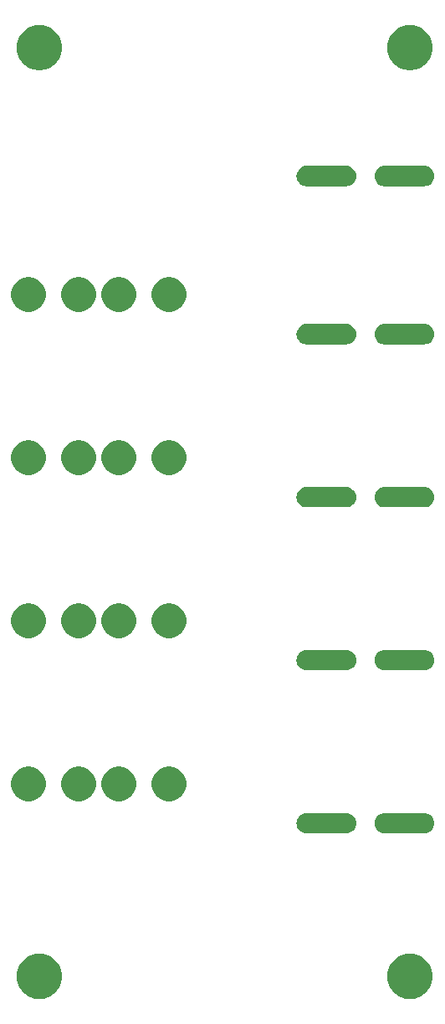
<source format=gbr>
G04 #@! TF.GenerationSoftware,KiCad,Pcbnew,5.1.5-52549c5~84~ubuntu18.04.1*
G04 #@! TF.CreationDate,2020-02-24T22:59:15-07:00*
G04 #@! TF.ProjectId,anderson_fuse_board,616e6465-7273-46f6-9e5f-667573655f62,rev?*
G04 #@! TF.SameCoordinates,Original*
G04 #@! TF.FileFunction,Soldermask,Top*
G04 #@! TF.FilePolarity,Negative*
%FSLAX46Y46*%
G04 Gerber Fmt 4.6, Leading zero omitted, Abs format (unit mm)*
G04 Created by KiCad (PCBNEW 5.1.5-52549c5~84~ubuntu18.04.1) date 2020-02-24 22:59:15*
%MOMM*%
%LPD*%
G04 APERTURE LIST*
%ADD10C,0.100000*%
G04 APERTURE END LIST*
D10*
G36*
X116948903Y-151743213D02*
G01*
X117171177Y-151787426D01*
X117589932Y-151960880D01*
X117966802Y-152212696D01*
X118287304Y-152533198D01*
X118539120Y-152910068D01*
X118712574Y-153328823D01*
X118801000Y-153773371D01*
X118801000Y-154226629D01*
X118712574Y-154671177D01*
X118539120Y-155089932D01*
X118287304Y-155466802D01*
X117966802Y-155787304D01*
X117589932Y-156039120D01*
X117171177Y-156212574D01*
X116948903Y-156256787D01*
X116726630Y-156301000D01*
X116273370Y-156301000D01*
X116051097Y-156256787D01*
X115828823Y-156212574D01*
X115410068Y-156039120D01*
X115033198Y-155787304D01*
X114712696Y-155466802D01*
X114460880Y-155089932D01*
X114287426Y-154671177D01*
X114199000Y-154226629D01*
X114199000Y-153773371D01*
X114287426Y-153328823D01*
X114460880Y-152910068D01*
X114712696Y-152533198D01*
X115033198Y-152212696D01*
X115410068Y-151960880D01*
X115828823Y-151787426D01*
X116051097Y-151743213D01*
X116273370Y-151699000D01*
X116726630Y-151699000D01*
X116948903Y-151743213D01*
G37*
G36*
X79448903Y-151743213D02*
G01*
X79671177Y-151787426D01*
X80089932Y-151960880D01*
X80466802Y-152212696D01*
X80787304Y-152533198D01*
X81039120Y-152910068D01*
X81212574Y-153328823D01*
X81301000Y-153773371D01*
X81301000Y-154226629D01*
X81212574Y-154671177D01*
X81039120Y-155089932D01*
X80787304Y-155466802D01*
X80466802Y-155787304D01*
X80089932Y-156039120D01*
X79671177Y-156212574D01*
X79448903Y-156256787D01*
X79226630Y-156301000D01*
X78773370Y-156301000D01*
X78551097Y-156256787D01*
X78328823Y-156212574D01*
X77910068Y-156039120D01*
X77533198Y-155787304D01*
X77212696Y-155466802D01*
X76960880Y-155089932D01*
X76787426Y-154671177D01*
X76699000Y-154226629D01*
X76699000Y-153773371D01*
X76787426Y-153328823D01*
X76960880Y-152910068D01*
X77212696Y-152533198D01*
X77533198Y-152212696D01*
X77910068Y-151960880D01*
X78328823Y-151787426D01*
X78551097Y-151743213D01*
X78773370Y-151699000D01*
X79226630Y-151699000D01*
X79448903Y-151743213D01*
G37*
G36*
X110233089Y-137478990D02*
G01*
X110428381Y-137538231D01*
X110608354Y-137634429D01*
X110766107Y-137763893D01*
X110895571Y-137921646D01*
X110991769Y-138101619D01*
X111051010Y-138296911D01*
X111071012Y-138500000D01*
X111051010Y-138703089D01*
X110991769Y-138898381D01*
X110895571Y-139078354D01*
X110766107Y-139236107D01*
X110608354Y-139365571D01*
X110428381Y-139461769D01*
X110233089Y-139521010D01*
X110080891Y-139536000D01*
X106019109Y-139536000D01*
X105866911Y-139521010D01*
X105671619Y-139461769D01*
X105491646Y-139365571D01*
X105333893Y-139236107D01*
X105204429Y-139078354D01*
X105108231Y-138898381D01*
X105048990Y-138703089D01*
X105028988Y-138500000D01*
X105048990Y-138296911D01*
X105108231Y-138101619D01*
X105204429Y-137921646D01*
X105333893Y-137763893D01*
X105491646Y-137634429D01*
X105671619Y-137538231D01*
X105866911Y-137478990D01*
X106019109Y-137464000D01*
X110080891Y-137464000D01*
X110233089Y-137478990D01*
G37*
G36*
X118133089Y-137478990D02*
G01*
X118328381Y-137538231D01*
X118508354Y-137634429D01*
X118666107Y-137763893D01*
X118795571Y-137921646D01*
X118891769Y-138101619D01*
X118951010Y-138296911D01*
X118971012Y-138500000D01*
X118951010Y-138703089D01*
X118891769Y-138898381D01*
X118795571Y-139078354D01*
X118666107Y-139236107D01*
X118508354Y-139365571D01*
X118328381Y-139461769D01*
X118133089Y-139521010D01*
X117980891Y-139536000D01*
X113919109Y-139536000D01*
X113766911Y-139521010D01*
X113571619Y-139461769D01*
X113391646Y-139365571D01*
X113233893Y-139236107D01*
X113104429Y-139078354D01*
X113008231Y-138898381D01*
X112948990Y-138703089D01*
X112928988Y-138500000D01*
X112948990Y-138296911D01*
X113008231Y-138101619D01*
X113104429Y-137921646D01*
X113233893Y-137763893D01*
X113391646Y-137634429D01*
X113571619Y-137538231D01*
X113766911Y-137478990D01*
X113919109Y-137464000D01*
X117980891Y-137464000D01*
X118133089Y-137478990D01*
G37*
G36*
X92507985Y-132823860D02*
G01*
X92620748Y-132846290D01*
X92752741Y-132900963D01*
X92939408Y-132978283D01*
X93226196Y-133169909D01*
X93470091Y-133413804D01*
X93661717Y-133700592D01*
X93793710Y-134019253D01*
X93861000Y-134357540D01*
X93861000Y-134702460D01*
X93793710Y-135040747D01*
X93661717Y-135359408D01*
X93470091Y-135646196D01*
X93226196Y-135890091D01*
X92939408Y-136081717D01*
X92752741Y-136159037D01*
X92620748Y-136213710D01*
X92507985Y-136236140D01*
X92282460Y-136281000D01*
X91937540Y-136281000D01*
X91712015Y-136236140D01*
X91599252Y-136213710D01*
X91467259Y-136159037D01*
X91280592Y-136081717D01*
X90993804Y-135890091D01*
X90749909Y-135646196D01*
X90558283Y-135359408D01*
X90426290Y-135040747D01*
X90359000Y-134702460D01*
X90359000Y-134357540D01*
X90426290Y-134019253D01*
X90558283Y-133700592D01*
X90749909Y-133413804D01*
X90993804Y-133169909D01*
X91280592Y-132978283D01*
X91467259Y-132900963D01*
X91599252Y-132846290D01*
X91712015Y-132823860D01*
X91937540Y-132779000D01*
X92282460Y-132779000D01*
X92507985Y-132823860D01*
G37*
G36*
X87427985Y-132823860D02*
G01*
X87540748Y-132846290D01*
X87672741Y-132900963D01*
X87859408Y-132978283D01*
X88146196Y-133169909D01*
X88390091Y-133413804D01*
X88581717Y-133700592D01*
X88713710Y-134019253D01*
X88781000Y-134357540D01*
X88781000Y-134702460D01*
X88713710Y-135040747D01*
X88581717Y-135359408D01*
X88390091Y-135646196D01*
X88146196Y-135890091D01*
X87859408Y-136081717D01*
X87672741Y-136159037D01*
X87540748Y-136213710D01*
X87427985Y-136236140D01*
X87202460Y-136281000D01*
X86857540Y-136281000D01*
X86632015Y-136236140D01*
X86519252Y-136213710D01*
X86387259Y-136159037D01*
X86200592Y-136081717D01*
X85913804Y-135890091D01*
X85669909Y-135646196D01*
X85478283Y-135359408D01*
X85346290Y-135040747D01*
X85279000Y-134702460D01*
X85279000Y-134357540D01*
X85346290Y-134019253D01*
X85478283Y-133700592D01*
X85669909Y-133413804D01*
X85913804Y-133169909D01*
X86200592Y-132978283D01*
X86387259Y-132900963D01*
X86519252Y-132846290D01*
X86632015Y-132823860D01*
X86857540Y-132779000D01*
X87202460Y-132779000D01*
X87427985Y-132823860D01*
G37*
G36*
X83367985Y-132823860D02*
G01*
X83480748Y-132846290D01*
X83612741Y-132900963D01*
X83799408Y-132978283D01*
X84086196Y-133169909D01*
X84330091Y-133413804D01*
X84521717Y-133700592D01*
X84653710Y-134019253D01*
X84721000Y-134357540D01*
X84721000Y-134702460D01*
X84653710Y-135040747D01*
X84521717Y-135359408D01*
X84330091Y-135646196D01*
X84086196Y-135890091D01*
X83799408Y-136081717D01*
X83612741Y-136159037D01*
X83480748Y-136213710D01*
X83367985Y-136236140D01*
X83142460Y-136281000D01*
X82797540Y-136281000D01*
X82572015Y-136236140D01*
X82459252Y-136213710D01*
X82327259Y-136159037D01*
X82140592Y-136081717D01*
X81853804Y-135890091D01*
X81609909Y-135646196D01*
X81418283Y-135359408D01*
X81286290Y-135040747D01*
X81219000Y-134702460D01*
X81219000Y-134357540D01*
X81286290Y-134019253D01*
X81418283Y-133700592D01*
X81609909Y-133413804D01*
X81853804Y-133169909D01*
X82140592Y-132978283D01*
X82327259Y-132900963D01*
X82459252Y-132846290D01*
X82572015Y-132823860D01*
X82797540Y-132779000D01*
X83142460Y-132779000D01*
X83367985Y-132823860D01*
G37*
G36*
X78287985Y-132823860D02*
G01*
X78400748Y-132846290D01*
X78532741Y-132900963D01*
X78719408Y-132978283D01*
X79006196Y-133169909D01*
X79250091Y-133413804D01*
X79441717Y-133700592D01*
X79573710Y-134019253D01*
X79641000Y-134357540D01*
X79641000Y-134702460D01*
X79573710Y-135040747D01*
X79441717Y-135359408D01*
X79250091Y-135646196D01*
X79006196Y-135890091D01*
X78719408Y-136081717D01*
X78532741Y-136159037D01*
X78400748Y-136213710D01*
X78287985Y-136236140D01*
X78062460Y-136281000D01*
X77717540Y-136281000D01*
X77492015Y-136236140D01*
X77379252Y-136213710D01*
X77247259Y-136159037D01*
X77060592Y-136081717D01*
X76773804Y-135890091D01*
X76529909Y-135646196D01*
X76338283Y-135359408D01*
X76206290Y-135040747D01*
X76139000Y-134702460D01*
X76139000Y-134357540D01*
X76206290Y-134019253D01*
X76338283Y-133700592D01*
X76529909Y-133413804D01*
X76773804Y-133169909D01*
X77060592Y-132978283D01*
X77247259Y-132900963D01*
X77379252Y-132846290D01*
X77492015Y-132823860D01*
X77717540Y-132779000D01*
X78062460Y-132779000D01*
X78287985Y-132823860D01*
G37*
G36*
X110233089Y-120978990D02*
G01*
X110428381Y-121038231D01*
X110608354Y-121134429D01*
X110766107Y-121263893D01*
X110895571Y-121421646D01*
X110991769Y-121601619D01*
X111051010Y-121796911D01*
X111071012Y-122000000D01*
X111051010Y-122203089D01*
X110991769Y-122398381D01*
X110895571Y-122578354D01*
X110766107Y-122736107D01*
X110608354Y-122865571D01*
X110428381Y-122961769D01*
X110233089Y-123021010D01*
X110080891Y-123036000D01*
X106019109Y-123036000D01*
X105866911Y-123021010D01*
X105671619Y-122961769D01*
X105491646Y-122865571D01*
X105333893Y-122736107D01*
X105204429Y-122578354D01*
X105108231Y-122398381D01*
X105048990Y-122203089D01*
X105028988Y-122000000D01*
X105048990Y-121796911D01*
X105108231Y-121601619D01*
X105204429Y-121421646D01*
X105333893Y-121263893D01*
X105491646Y-121134429D01*
X105671619Y-121038231D01*
X105866911Y-120978990D01*
X106019109Y-120964000D01*
X110080891Y-120964000D01*
X110233089Y-120978990D01*
G37*
G36*
X118133089Y-120978990D02*
G01*
X118328381Y-121038231D01*
X118508354Y-121134429D01*
X118666107Y-121263893D01*
X118795571Y-121421646D01*
X118891769Y-121601619D01*
X118951010Y-121796911D01*
X118971012Y-122000000D01*
X118951010Y-122203089D01*
X118891769Y-122398381D01*
X118795571Y-122578354D01*
X118666107Y-122736107D01*
X118508354Y-122865571D01*
X118328381Y-122961769D01*
X118133089Y-123021010D01*
X117980891Y-123036000D01*
X113919109Y-123036000D01*
X113766911Y-123021010D01*
X113571619Y-122961769D01*
X113391646Y-122865571D01*
X113233893Y-122736107D01*
X113104429Y-122578354D01*
X113008231Y-122398381D01*
X112948990Y-122203089D01*
X112928988Y-122000000D01*
X112948990Y-121796911D01*
X113008231Y-121601619D01*
X113104429Y-121421646D01*
X113233893Y-121263893D01*
X113391646Y-121134429D01*
X113571619Y-121038231D01*
X113766911Y-120978990D01*
X113919109Y-120964000D01*
X117980891Y-120964000D01*
X118133089Y-120978990D01*
G37*
G36*
X92507985Y-116313860D02*
G01*
X92620748Y-116336290D01*
X92752741Y-116390963D01*
X92939408Y-116468283D01*
X93226196Y-116659909D01*
X93470091Y-116903804D01*
X93661717Y-117190592D01*
X93793710Y-117509253D01*
X93861000Y-117847540D01*
X93861000Y-118192460D01*
X93793710Y-118530747D01*
X93661717Y-118849408D01*
X93470091Y-119136196D01*
X93226196Y-119380091D01*
X92939408Y-119571717D01*
X92752741Y-119649037D01*
X92620748Y-119703710D01*
X92507985Y-119726140D01*
X92282460Y-119771000D01*
X91937540Y-119771000D01*
X91712015Y-119726140D01*
X91599252Y-119703710D01*
X91467259Y-119649037D01*
X91280592Y-119571717D01*
X90993804Y-119380091D01*
X90749909Y-119136196D01*
X90558283Y-118849408D01*
X90426290Y-118530747D01*
X90359000Y-118192460D01*
X90359000Y-117847540D01*
X90426290Y-117509253D01*
X90558283Y-117190592D01*
X90749909Y-116903804D01*
X90993804Y-116659909D01*
X91280592Y-116468283D01*
X91467259Y-116390963D01*
X91599252Y-116336290D01*
X91712015Y-116313860D01*
X91937540Y-116269000D01*
X92282460Y-116269000D01*
X92507985Y-116313860D01*
G37*
G36*
X78287985Y-116313860D02*
G01*
X78400748Y-116336290D01*
X78532741Y-116390963D01*
X78719408Y-116468283D01*
X79006196Y-116659909D01*
X79250091Y-116903804D01*
X79441717Y-117190592D01*
X79573710Y-117509253D01*
X79641000Y-117847540D01*
X79641000Y-118192460D01*
X79573710Y-118530747D01*
X79441717Y-118849408D01*
X79250091Y-119136196D01*
X79006196Y-119380091D01*
X78719408Y-119571717D01*
X78532741Y-119649037D01*
X78400748Y-119703710D01*
X78287985Y-119726140D01*
X78062460Y-119771000D01*
X77717540Y-119771000D01*
X77492015Y-119726140D01*
X77379252Y-119703710D01*
X77247259Y-119649037D01*
X77060592Y-119571717D01*
X76773804Y-119380091D01*
X76529909Y-119136196D01*
X76338283Y-118849408D01*
X76206290Y-118530747D01*
X76139000Y-118192460D01*
X76139000Y-117847540D01*
X76206290Y-117509253D01*
X76338283Y-117190592D01*
X76529909Y-116903804D01*
X76773804Y-116659909D01*
X77060592Y-116468283D01*
X77247259Y-116390963D01*
X77379252Y-116336290D01*
X77492015Y-116313860D01*
X77717540Y-116269000D01*
X78062460Y-116269000D01*
X78287985Y-116313860D01*
G37*
G36*
X83367985Y-116313860D02*
G01*
X83480748Y-116336290D01*
X83612741Y-116390963D01*
X83799408Y-116468283D01*
X84086196Y-116659909D01*
X84330091Y-116903804D01*
X84521717Y-117190592D01*
X84653710Y-117509253D01*
X84721000Y-117847540D01*
X84721000Y-118192460D01*
X84653710Y-118530747D01*
X84521717Y-118849408D01*
X84330091Y-119136196D01*
X84086196Y-119380091D01*
X83799408Y-119571717D01*
X83612741Y-119649037D01*
X83480748Y-119703710D01*
X83367985Y-119726140D01*
X83142460Y-119771000D01*
X82797540Y-119771000D01*
X82572015Y-119726140D01*
X82459252Y-119703710D01*
X82327259Y-119649037D01*
X82140592Y-119571717D01*
X81853804Y-119380091D01*
X81609909Y-119136196D01*
X81418283Y-118849408D01*
X81286290Y-118530747D01*
X81219000Y-118192460D01*
X81219000Y-117847540D01*
X81286290Y-117509253D01*
X81418283Y-117190592D01*
X81609909Y-116903804D01*
X81853804Y-116659909D01*
X82140592Y-116468283D01*
X82327259Y-116390963D01*
X82459252Y-116336290D01*
X82572015Y-116313860D01*
X82797540Y-116269000D01*
X83142460Y-116269000D01*
X83367985Y-116313860D01*
G37*
G36*
X87427985Y-116313860D02*
G01*
X87540748Y-116336290D01*
X87672741Y-116390963D01*
X87859408Y-116468283D01*
X88146196Y-116659909D01*
X88390091Y-116903804D01*
X88581717Y-117190592D01*
X88713710Y-117509253D01*
X88781000Y-117847540D01*
X88781000Y-118192460D01*
X88713710Y-118530747D01*
X88581717Y-118849408D01*
X88390091Y-119136196D01*
X88146196Y-119380091D01*
X87859408Y-119571717D01*
X87672741Y-119649037D01*
X87540748Y-119703710D01*
X87427985Y-119726140D01*
X87202460Y-119771000D01*
X86857540Y-119771000D01*
X86632015Y-119726140D01*
X86519252Y-119703710D01*
X86387259Y-119649037D01*
X86200592Y-119571717D01*
X85913804Y-119380091D01*
X85669909Y-119136196D01*
X85478283Y-118849408D01*
X85346290Y-118530747D01*
X85279000Y-118192460D01*
X85279000Y-117847540D01*
X85346290Y-117509253D01*
X85478283Y-117190592D01*
X85669909Y-116903804D01*
X85913804Y-116659909D01*
X86200592Y-116468283D01*
X86387259Y-116390963D01*
X86519252Y-116336290D01*
X86632015Y-116313860D01*
X86857540Y-116269000D01*
X87202460Y-116269000D01*
X87427985Y-116313860D01*
G37*
G36*
X110233089Y-104478990D02*
G01*
X110428381Y-104538231D01*
X110608354Y-104634429D01*
X110766107Y-104763893D01*
X110895571Y-104921646D01*
X110991769Y-105101619D01*
X111051010Y-105296911D01*
X111071012Y-105500000D01*
X111051010Y-105703089D01*
X110991769Y-105898381D01*
X110895571Y-106078354D01*
X110766107Y-106236107D01*
X110608354Y-106365571D01*
X110428381Y-106461769D01*
X110233089Y-106521010D01*
X110080891Y-106536000D01*
X106019109Y-106536000D01*
X105866911Y-106521010D01*
X105671619Y-106461769D01*
X105491646Y-106365571D01*
X105333893Y-106236107D01*
X105204429Y-106078354D01*
X105108231Y-105898381D01*
X105048990Y-105703089D01*
X105028988Y-105500000D01*
X105048990Y-105296911D01*
X105108231Y-105101619D01*
X105204429Y-104921646D01*
X105333893Y-104763893D01*
X105491646Y-104634429D01*
X105671619Y-104538231D01*
X105866911Y-104478990D01*
X106019109Y-104464000D01*
X110080891Y-104464000D01*
X110233089Y-104478990D01*
G37*
G36*
X118133089Y-104478990D02*
G01*
X118328381Y-104538231D01*
X118508354Y-104634429D01*
X118666107Y-104763893D01*
X118795571Y-104921646D01*
X118891769Y-105101619D01*
X118951010Y-105296911D01*
X118971012Y-105500000D01*
X118951010Y-105703089D01*
X118891769Y-105898381D01*
X118795571Y-106078354D01*
X118666107Y-106236107D01*
X118508354Y-106365571D01*
X118328381Y-106461769D01*
X118133089Y-106521010D01*
X117980891Y-106536000D01*
X113919109Y-106536000D01*
X113766911Y-106521010D01*
X113571619Y-106461769D01*
X113391646Y-106365571D01*
X113233893Y-106236107D01*
X113104429Y-106078354D01*
X113008231Y-105898381D01*
X112948990Y-105703089D01*
X112928988Y-105500000D01*
X112948990Y-105296911D01*
X113008231Y-105101619D01*
X113104429Y-104921646D01*
X113233893Y-104763893D01*
X113391646Y-104634429D01*
X113571619Y-104538231D01*
X113766911Y-104478990D01*
X113919109Y-104464000D01*
X117980891Y-104464000D01*
X118133089Y-104478990D01*
G37*
G36*
X83367985Y-99803860D02*
G01*
X83480748Y-99826290D01*
X83612741Y-99880963D01*
X83799408Y-99958283D01*
X84086196Y-100149909D01*
X84330091Y-100393804D01*
X84521717Y-100680592D01*
X84653710Y-100999253D01*
X84721000Y-101337540D01*
X84721000Y-101682460D01*
X84653710Y-102020747D01*
X84521717Y-102339408D01*
X84330091Y-102626196D01*
X84086196Y-102870091D01*
X83799408Y-103061717D01*
X83612741Y-103139037D01*
X83480748Y-103193710D01*
X83367985Y-103216140D01*
X83142460Y-103261000D01*
X82797540Y-103261000D01*
X82572015Y-103216140D01*
X82459252Y-103193710D01*
X82327259Y-103139037D01*
X82140592Y-103061717D01*
X81853804Y-102870091D01*
X81609909Y-102626196D01*
X81418283Y-102339408D01*
X81286290Y-102020747D01*
X81219000Y-101682460D01*
X81219000Y-101337540D01*
X81286290Y-100999253D01*
X81418283Y-100680592D01*
X81609909Y-100393804D01*
X81853804Y-100149909D01*
X82140592Y-99958283D01*
X82327259Y-99880963D01*
X82459252Y-99826290D01*
X82572015Y-99803860D01*
X82797540Y-99759000D01*
X83142460Y-99759000D01*
X83367985Y-99803860D01*
G37*
G36*
X92507985Y-99803860D02*
G01*
X92620748Y-99826290D01*
X92752741Y-99880963D01*
X92939408Y-99958283D01*
X93226196Y-100149909D01*
X93470091Y-100393804D01*
X93661717Y-100680592D01*
X93793710Y-100999253D01*
X93861000Y-101337540D01*
X93861000Y-101682460D01*
X93793710Y-102020747D01*
X93661717Y-102339408D01*
X93470091Y-102626196D01*
X93226196Y-102870091D01*
X92939408Y-103061717D01*
X92752741Y-103139037D01*
X92620748Y-103193710D01*
X92507985Y-103216140D01*
X92282460Y-103261000D01*
X91937540Y-103261000D01*
X91712015Y-103216140D01*
X91599252Y-103193710D01*
X91467259Y-103139037D01*
X91280592Y-103061717D01*
X90993804Y-102870091D01*
X90749909Y-102626196D01*
X90558283Y-102339408D01*
X90426290Y-102020747D01*
X90359000Y-101682460D01*
X90359000Y-101337540D01*
X90426290Y-100999253D01*
X90558283Y-100680592D01*
X90749909Y-100393804D01*
X90993804Y-100149909D01*
X91280592Y-99958283D01*
X91467259Y-99880963D01*
X91599252Y-99826290D01*
X91712015Y-99803860D01*
X91937540Y-99759000D01*
X92282460Y-99759000D01*
X92507985Y-99803860D01*
G37*
G36*
X87427985Y-99803860D02*
G01*
X87540748Y-99826290D01*
X87672741Y-99880963D01*
X87859408Y-99958283D01*
X88146196Y-100149909D01*
X88390091Y-100393804D01*
X88581717Y-100680592D01*
X88713710Y-100999253D01*
X88781000Y-101337540D01*
X88781000Y-101682460D01*
X88713710Y-102020747D01*
X88581717Y-102339408D01*
X88390091Y-102626196D01*
X88146196Y-102870091D01*
X87859408Y-103061717D01*
X87672741Y-103139037D01*
X87540748Y-103193710D01*
X87427985Y-103216140D01*
X87202460Y-103261000D01*
X86857540Y-103261000D01*
X86632015Y-103216140D01*
X86519252Y-103193710D01*
X86387259Y-103139037D01*
X86200592Y-103061717D01*
X85913804Y-102870091D01*
X85669909Y-102626196D01*
X85478283Y-102339408D01*
X85346290Y-102020747D01*
X85279000Y-101682460D01*
X85279000Y-101337540D01*
X85346290Y-100999253D01*
X85478283Y-100680592D01*
X85669909Y-100393804D01*
X85913804Y-100149909D01*
X86200592Y-99958283D01*
X86387259Y-99880963D01*
X86519252Y-99826290D01*
X86632015Y-99803860D01*
X86857540Y-99759000D01*
X87202460Y-99759000D01*
X87427985Y-99803860D01*
G37*
G36*
X78287985Y-99803860D02*
G01*
X78400748Y-99826290D01*
X78532741Y-99880963D01*
X78719408Y-99958283D01*
X79006196Y-100149909D01*
X79250091Y-100393804D01*
X79441717Y-100680592D01*
X79573710Y-100999253D01*
X79641000Y-101337540D01*
X79641000Y-101682460D01*
X79573710Y-102020747D01*
X79441717Y-102339408D01*
X79250091Y-102626196D01*
X79006196Y-102870091D01*
X78719408Y-103061717D01*
X78532741Y-103139037D01*
X78400748Y-103193710D01*
X78287985Y-103216140D01*
X78062460Y-103261000D01*
X77717540Y-103261000D01*
X77492015Y-103216140D01*
X77379252Y-103193710D01*
X77247259Y-103139037D01*
X77060592Y-103061717D01*
X76773804Y-102870091D01*
X76529909Y-102626196D01*
X76338283Y-102339408D01*
X76206290Y-102020747D01*
X76139000Y-101682460D01*
X76139000Y-101337540D01*
X76206290Y-100999253D01*
X76338283Y-100680592D01*
X76529909Y-100393804D01*
X76773804Y-100149909D01*
X77060592Y-99958283D01*
X77247259Y-99880963D01*
X77379252Y-99826290D01*
X77492015Y-99803860D01*
X77717540Y-99759000D01*
X78062460Y-99759000D01*
X78287985Y-99803860D01*
G37*
G36*
X118133089Y-87978990D02*
G01*
X118328381Y-88038231D01*
X118508354Y-88134429D01*
X118666107Y-88263893D01*
X118795571Y-88421646D01*
X118891769Y-88601619D01*
X118951010Y-88796911D01*
X118971012Y-89000000D01*
X118951010Y-89203089D01*
X118891769Y-89398381D01*
X118795571Y-89578354D01*
X118666107Y-89736107D01*
X118508354Y-89865571D01*
X118328381Y-89961769D01*
X118133089Y-90021010D01*
X117980891Y-90036000D01*
X113919109Y-90036000D01*
X113766911Y-90021010D01*
X113571619Y-89961769D01*
X113391646Y-89865571D01*
X113233893Y-89736107D01*
X113104429Y-89578354D01*
X113008231Y-89398381D01*
X112948990Y-89203089D01*
X112928988Y-89000000D01*
X112948990Y-88796911D01*
X113008231Y-88601619D01*
X113104429Y-88421646D01*
X113233893Y-88263893D01*
X113391646Y-88134429D01*
X113571619Y-88038231D01*
X113766911Y-87978990D01*
X113919109Y-87964000D01*
X117980891Y-87964000D01*
X118133089Y-87978990D01*
G37*
G36*
X110233089Y-87978990D02*
G01*
X110428381Y-88038231D01*
X110608354Y-88134429D01*
X110766107Y-88263893D01*
X110895571Y-88421646D01*
X110991769Y-88601619D01*
X111051010Y-88796911D01*
X111071012Y-89000000D01*
X111051010Y-89203089D01*
X110991769Y-89398381D01*
X110895571Y-89578354D01*
X110766107Y-89736107D01*
X110608354Y-89865571D01*
X110428381Y-89961769D01*
X110233089Y-90021010D01*
X110080891Y-90036000D01*
X106019109Y-90036000D01*
X105866911Y-90021010D01*
X105671619Y-89961769D01*
X105491646Y-89865571D01*
X105333893Y-89736107D01*
X105204429Y-89578354D01*
X105108231Y-89398381D01*
X105048990Y-89203089D01*
X105028988Y-89000000D01*
X105048990Y-88796911D01*
X105108231Y-88601619D01*
X105204429Y-88421646D01*
X105333893Y-88263893D01*
X105491646Y-88134429D01*
X105671619Y-88038231D01*
X105866911Y-87978990D01*
X106019109Y-87964000D01*
X110080891Y-87964000D01*
X110233089Y-87978990D01*
G37*
G36*
X83367985Y-83293860D02*
G01*
X83480748Y-83316290D01*
X83612741Y-83370963D01*
X83799408Y-83448283D01*
X84086196Y-83639909D01*
X84330091Y-83883804D01*
X84521717Y-84170592D01*
X84653710Y-84489253D01*
X84721000Y-84827540D01*
X84721000Y-85172460D01*
X84653710Y-85510747D01*
X84521717Y-85829408D01*
X84330091Y-86116196D01*
X84086196Y-86360091D01*
X83799408Y-86551717D01*
X83612741Y-86629037D01*
X83480748Y-86683710D01*
X83367985Y-86706140D01*
X83142460Y-86751000D01*
X82797540Y-86751000D01*
X82572015Y-86706140D01*
X82459252Y-86683710D01*
X82327259Y-86629037D01*
X82140592Y-86551717D01*
X81853804Y-86360091D01*
X81609909Y-86116196D01*
X81418283Y-85829408D01*
X81286290Y-85510747D01*
X81219000Y-85172460D01*
X81219000Y-84827540D01*
X81286290Y-84489253D01*
X81418283Y-84170592D01*
X81609909Y-83883804D01*
X81853804Y-83639909D01*
X82140592Y-83448283D01*
X82327259Y-83370963D01*
X82459252Y-83316290D01*
X82572015Y-83293860D01*
X82797540Y-83249000D01*
X83142460Y-83249000D01*
X83367985Y-83293860D01*
G37*
G36*
X92507985Y-83293860D02*
G01*
X92620748Y-83316290D01*
X92752741Y-83370963D01*
X92939408Y-83448283D01*
X93226196Y-83639909D01*
X93470091Y-83883804D01*
X93661717Y-84170592D01*
X93793710Y-84489253D01*
X93861000Y-84827540D01*
X93861000Y-85172460D01*
X93793710Y-85510747D01*
X93661717Y-85829408D01*
X93470091Y-86116196D01*
X93226196Y-86360091D01*
X92939408Y-86551717D01*
X92752741Y-86629037D01*
X92620748Y-86683710D01*
X92507985Y-86706140D01*
X92282460Y-86751000D01*
X91937540Y-86751000D01*
X91712015Y-86706140D01*
X91599252Y-86683710D01*
X91467259Y-86629037D01*
X91280592Y-86551717D01*
X90993804Y-86360091D01*
X90749909Y-86116196D01*
X90558283Y-85829408D01*
X90426290Y-85510747D01*
X90359000Y-85172460D01*
X90359000Y-84827540D01*
X90426290Y-84489253D01*
X90558283Y-84170592D01*
X90749909Y-83883804D01*
X90993804Y-83639909D01*
X91280592Y-83448283D01*
X91467259Y-83370963D01*
X91599252Y-83316290D01*
X91712015Y-83293860D01*
X91937540Y-83249000D01*
X92282460Y-83249000D01*
X92507985Y-83293860D01*
G37*
G36*
X87427985Y-83293860D02*
G01*
X87540748Y-83316290D01*
X87672741Y-83370963D01*
X87859408Y-83448283D01*
X88146196Y-83639909D01*
X88390091Y-83883804D01*
X88581717Y-84170592D01*
X88713710Y-84489253D01*
X88781000Y-84827540D01*
X88781000Y-85172460D01*
X88713710Y-85510747D01*
X88581717Y-85829408D01*
X88390091Y-86116196D01*
X88146196Y-86360091D01*
X87859408Y-86551717D01*
X87672741Y-86629037D01*
X87540748Y-86683710D01*
X87427985Y-86706140D01*
X87202460Y-86751000D01*
X86857540Y-86751000D01*
X86632015Y-86706140D01*
X86519252Y-86683710D01*
X86387259Y-86629037D01*
X86200592Y-86551717D01*
X85913804Y-86360091D01*
X85669909Y-86116196D01*
X85478283Y-85829408D01*
X85346290Y-85510747D01*
X85279000Y-85172460D01*
X85279000Y-84827540D01*
X85346290Y-84489253D01*
X85478283Y-84170592D01*
X85669909Y-83883804D01*
X85913804Y-83639909D01*
X86200592Y-83448283D01*
X86387259Y-83370963D01*
X86519252Y-83316290D01*
X86632015Y-83293860D01*
X86857540Y-83249000D01*
X87202460Y-83249000D01*
X87427985Y-83293860D01*
G37*
G36*
X78287985Y-83293860D02*
G01*
X78400748Y-83316290D01*
X78532741Y-83370963D01*
X78719408Y-83448283D01*
X79006196Y-83639909D01*
X79250091Y-83883804D01*
X79441717Y-84170592D01*
X79573710Y-84489253D01*
X79641000Y-84827540D01*
X79641000Y-85172460D01*
X79573710Y-85510747D01*
X79441717Y-85829408D01*
X79250091Y-86116196D01*
X79006196Y-86360091D01*
X78719408Y-86551717D01*
X78532741Y-86629037D01*
X78400748Y-86683710D01*
X78287985Y-86706140D01*
X78062460Y-86751000D01*
X77717540Y-86751000D01*
X77492015Y-86706140D01*
X77379252Y-86683710D01*
X77247259Y-86629037D01*
X77060592Y-86551717D01*
X76773804Y-86360091D01*
X76529909Y-86116196D01*
X76338283Y-85829408D01*
X76206290Y-85510747D01*
X76139000Y-85172460D01*
X76139000Y-84827540D01*
X76206290Y-84489253D01*
X76338283Y-84170592D01*
X76529909Y-83883804D01*
X76773804Y-83639909D01*
X77060592Y-83448283D01*
X77247259Y-83370963D01*
X77379252Y-83316290D01*
X77492015Y-83293860D01*
X77717540Y-83249000D01*
X78062460Y-83249000D01*
X78287985Y-83293860D01*
G37*
G36*
X110233089Y-71978990D02*
G01*
X110428381Y-72038231D01*
X110608354Y-72134429D01*
X110766107Y-72263893D01*
X110895571Y-72421646D01*
X110991769Y-72601619D01*
X111051010Y-72796911D01*
X111071012Y-73000000D01*
X111051010Y-73203089D01*
X110991769Y-73398381D01*
X110895571Y-73578354D01*
X110766107Y-73736107D01*
X110608354Y-73865571D01*
X110428381Y-73961769D01*
X110233089Y-74021010D01*
X110080891Y-74036000D01*
X106019109Y-74036000D01*
X105866911Y-74021010D01*
X105671619Y-73961769D01*
X105491646Y-73865571D01*
X105333893Y-73736107D01*
X105204429Y-73578354D01*
X105108231Y-73398381D01*
X105048990Y-73203089D01*
X105028988Y-73000000D01*
X105048990Y-72796911D01*
X105108231Y-72601619D01*
X105204429Y-72421646D01*
X105333893Y-72263893D01*
X105491646Y-72134429D01*
X105671619Y-72038231D01*
X105866911Y-71978990D01*
X106019109Y-71964000D01*
X110080891Y-71964000D01*
X110233089Y-71978990D01*
G37*
G36*
X118133089Y-71978990D02*
G01*
X118328381Y-72038231D01*
X118508354Y-72134429D01*
X118666107Y-72263893D01*
X118795571Y-72421646D01*
X118891769Y-72601619D01*
X118951010Y-72796911D01*
X118971012Y-73000000D01*
X118951010Y-73203089D01*
X118891769Y-73398381D01*
X118795571Y-73578354D01*
X118666107Y-73736107D01*
X118508354Y-73865571D01*
X118328381Y-73961769D01*
X118133089Y-74021010D01*
X117980891Y-74036000D01*
X113919109Y-74036000D01*
X113766911Y-74021010D01*
X113571619Y-73961769D01*
X113391646Y-73865571D01*
X113233893Y-73736107D01*
X113104429Y-73578354D01*
X113008231Y-73398381D01*
X112948990Y-73203089D01*
X112928988Y-73000000D01*
X112948990Y-72796911D01*
X113008231Y-72601619D01*
X113104429Y-72421646D01*
X113233893Y-72263893D01*
X113391646Y-72134429D01*
X113571619Y-72038231D01*
X113766911Y-71978990D01*
X113919109Y-71964000D01*
X117980891Y-71964000D01*
X118133089Y-71978990D01*
G37*
G36*
X116948903Y-57743213D02*
G01*
X117171177Y-57787426D01*
X117589932Y-57960880D01*
X117966802Y-58212696D01*
X118287304Y-58533198D01*
X118539120Y-58910068D01*
X118712574Y-59328823D01*
X118801000Y-59773371D01*
X118801000Y-60226629D01*
X118712574Y-60671177D01*
X118539120Y-61089932D01*
X118287304Y-61466802D01*
X117966802Y-61787304D01*
X117589932Y-62039120D01*
X117171177Y-62212574D01*
X116948903Y-62256787D01*
X116726630Y-62301000D01*
X116273370Y-62301000D01*
X116051097Y-62256787D01*
X115828823Y-62212574D01*
X115410068Y-62039120D01*
X115033198Y-61787304D01*
X114712696Y-61466802D01*
X114460880Y-61089932D01*
X114287426Y-60671177D01*
X114199000Y-60226629D01*
X114199000Y-59773371D01*
X114287426Y-59328823D01*
X114460880Y-58910068D01*
X114712696Y-58533198D01*
X115033198Y-58212696D01*
X115410068Y-57960880D01*
X115828823Y-57787426D01*
X116051097Y-57743213D01*
X116273370Y-57699000D01*
X116726630Y-57699000D01*
X116948903Y-57743213D01*
G37*
G36*
X79448903Y-57743213D02*
G01*
X79671177Y-57787426D01*
X80089932Y-57960880D01*
X80466802Y-58212696D01*
X80787304Y-58533198D01*
X81039120Y-58910068D01*
X81212574Y-59328823D01*
X81301000Y-59773371D01*
X81301000Y-60226629D01*
X81212574Y-60671177D01*
X81039120Y-61089932D01*
X80787304Y-61466802D01*
X80466802Y-61787304D01*
X80089932Y-62039120D01*
X79671177Y-62212574D01*
X79448903Y-62256787D01*
X79226630Y-62301000D01*
X78773370Y-62301000D01*
X78551097Y-62256787D01*
X78328823Y-62212574D01*
X77910068Y-62039120D01*
X77533198Y-61787304D01*
X77212696Y-61466802D01*
X76960880Y-61089932D01*
X76787426Y-60671177D01*
X76699000Y-60226629D01*
X76699000Y-59773371D01*
X76787426Y-59328823D01*
X76960880Y-58910068D01*
X77212696Y-58533198D01*
X77533198Y-58212696D01*
X77910068Y-57960880D01*
X78328823Y-57787426D01*
X78551097Y-57743213D01*
X78773370Y-57699000D01*
X79226630Y-57699000D01*
X79448903Y-57743213D01*
G37*
M02*

</source>
